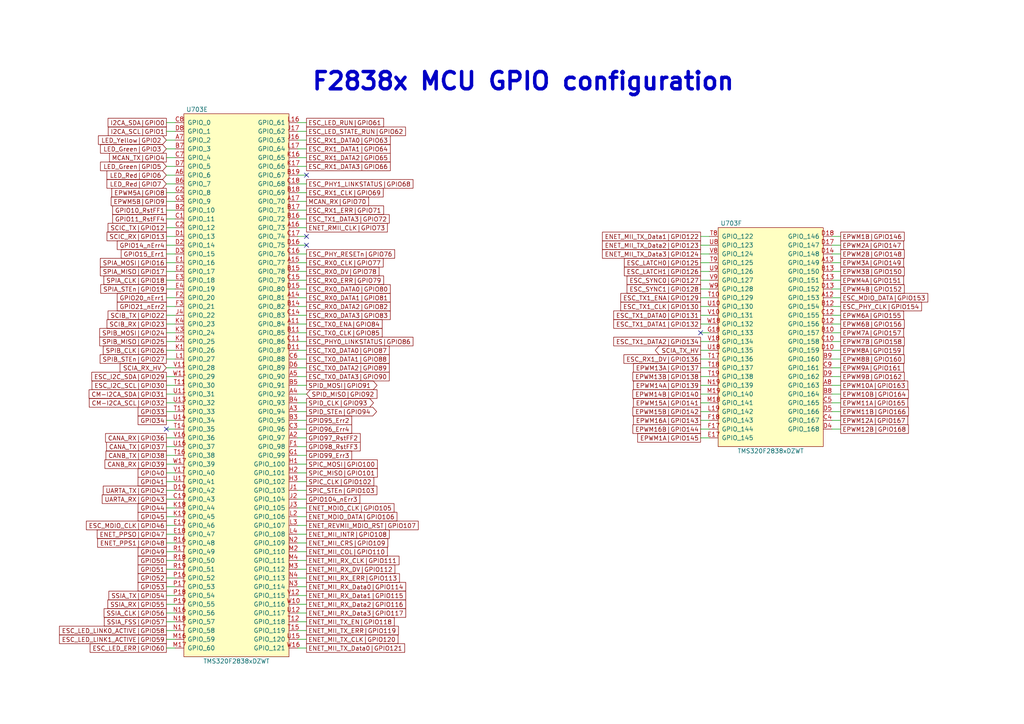
<source format=kicad_sch>
(kicad_sch (version 20231120) (generator "eeschema") (generator_version "8.0")
  (paper "A4")
  (title_block (title "LCB-CCB-01: Control Board - MCU GPIO Configuration") (date "2022-03-17") (rev "0.1") (company "PADERBORN UNIVERSITY DEPARTMENT OF POWER ELECTRONICS AND ELECTRICAL DRIVES"))
  (no_connect (at 48.26 124.46))
  (no_connect (at 88.9 50.8))
  (no_connect (at 203.2 96.52))
  (no_connect (at 88.9 68.58))
  (no_connect (at 88.9 71.12))
  (wire (pts (xy 86.36 137.16) (xy 88.9 137.16)))
  (wire (pts (xy 50.8 83.82) (xy 48.26 83.82)))
  (wire (pts (xy 86.36 134.62) (xy 88.9 134.62)))
  (wire (pts (xy 86.36 63.5) (xy 88.9 63.5)))
  (wire (pts (xy 205.74 86.36) (xy 203.2 86.36)))
  (wire (pts (xy 205.74 109.22) (xy 203.2 109.22)))
  (wire (pts (xy 50.8 157.48) (xy 48.26 157.48)))
  (wire (pts (xy 86.36 147.32) (xy 88.9 147.32)))
  (wire (pts (xy 86.36 154.94) (xy 88.9 154.94)))
  (wire (pts (xy 50.8 170.18) (xy 48.26 170.18)))
  (wire (pts (xy 50.8 111.76) (xy 48.26 111.76)))
  (wire (pts (xy 241.3 111.76) (xy 243.84 111.76)))
  (wire (pts (xy 86.36 88.9) (xy 88.9 88.9)))
  (wire (pts (xy 205.74 93.98) (xy 203.2 93.98)))
  (wire (pts (xy 241.3 73.66) (xy 243.84 73.66)))
  (wire (pts (xy 50.8 104.14) (xy 48.26 104.14)))
  (wire (pts (xy 241.3 99.06) (xy 243.84 99.06)))
  (wire (pts (xy 205.74 119.38) (xy 203.2 119.38)))
  (wire (pts (xy 50.8 154.94) (xy 48.26 154.94)))
  (wire (pts (xy 241.3 68.58) (xy 243.84 68.58)))
  (wire (pts (xy 50.8 35.56) (xy 48.26 35.56)))
  (wire (pts (xy 50.8 78.74) (xy 48.26 78.74)))
  (wire (pts (xy 86.36 160.02) (xy 88.9 160.02)))
  (wire (pts (xy 205.74 68.58) (xy 203.2 68.58)))
  (wire (pts (xy 205.74 91.44) (xy 203.2 91.44)))
  (wire (pts (xy 50.8 38.1) (xy 48.26 38.1)))
  (wire (pts (xy 50.8 124.46) (xy 48.26 124.46)))
  (wire (pts (xy 241.3 88.9) (xy 243.84 88.9)))
  (wire (pts (xy 86.36 132.08) (xy 88.9 132.08)))
  (wire (pts (xy 241.3 96.52) (xy 243.84 96.52)))
  (wire (pts (xy 50.8 88.9) (xy 48.26 88.9)))
  (wire (pts (xy 205.74 96.52) (xy 203.2 96.52)))
  (wire (pts (xy 50.8 96.52) (xy 48.26 96.52)))
  (wire (pts (xy 86.36 142.24) (xy 88.9 142.24)))
  (wire (pts (xy 50.8 45.72) (xy 48.26 45.72)))
  (wire (pts (xy 86.36 127) (xy 88.9 127)))
  (wire (pts (xy 86.36 177.8) (xy 88.9 177.8)))
  (wire (pts (xy 205.74 116.84) (xy 203.2 116.84)))
  (wire (pts (xy 50.8 40.64) (xy 48.26 40.64)))
  (wire (pts (xy 86.36 66.04) (xy 88.9 66.04)))
  (wire (pts (xy 86.36 43.18) (xy 88.9 43.18)))
  (wire (pts (xy 50.8 81.28) (xy 48.26 81.28)))
  (wire (pts (xy 205.74 78.74) (xy 203.2 78.74)))
  (wire (pts (xy 50.8 149.86) (xy 48.26 149.86)))
  (wire (pts (xy 86.36 81.28) (xy 88.9 81.28)))
  (wire (pts (xy 50.8 119.38) (xy 48.26 119.38)))
  (wire (pts (xy 50.8 147.32) (xy 48.26 147.32)))
  (wire (pts (xy 205.74 99.06) (xy 203.2 99.06)))
  (wire (pts (xy 241.3 114.3) (xy 243.84 114.3)))
  (wire (pts (xy 241.3 78.74) (xy 243.84 78.74)))
  (wire (pts (xy 86.36 38.1) (xy 88.9 38.1)))
  (wire (pts (xy 86.36 109.22) (xy 88.9 109.22)))
  (wire (pts (xy 86.36 121.92) (xy 88.9 121.92)))
  (wire (pts (xy 86.36 124.46) (xy 88.9 124.46)))
  (wire (pts (xy 241.3 106.68) (xy 243.84 106.68)))
  (wire (pts (xy 86.36 78.74) (xy 88.9 78.74)))
  (wire (pts (xy 86.36 83.82) (xy 88.9 83.82)))
  (wire (pts (xy 205.74 121.92) (xy 203.2 121.92)))
  (wire (pts (xy 50.8 55.88) (xy 48.26 55.88)))
  (wire (pts (xy 50.8 144.78) (xy 48.26 144.78)))
  (wire (pts (xy 241.3 104.14) (xy 243.84 104.14)))
  (wire (pts (xy 86.36 139.7) (xy 88.9 139.7)))
  (wire (pts (xy 86.36 48.26) (xy 88.9 48.26)))
  (wire (pts (xy 50.8 134.62) (xy 48.26 134.62)))
  (wire (pts (xy 50.8 116.84) (xy 48.26 116.84)))
  (wire (pts (xy 50.8 172.72) (xy 48.26 172.72)))
  (wire (pts (xy 86.36 45.72) (xy 88.9 45.72)))
  (wire (pts (xy 50.8 165.1) (xy 48.26 165.1)))
  (wire (pts (xy 86.36 58.42) (xy 88.9 58.42)))
  (wire (pts (xy 205.74 71.12) (xy 203.2 71.12)))
  (wire (pts (xy 86.36 93.98) (xy 88.9 93.98)))
  (wire (pts (xy 86.36 157.48) (xy 88.9 157.48)))
  (wire (pts (xy 86.36 187.96) (xy 88.9 187.96)))
  (wire (pts (xy 50.8 175.26) (xy 48.26 175.26)))
  (wire (pts (xy 50.8 162.56) (xy 48.26 162.56)))
  (wire (pts (xy 205.74 83.82) (xy 203.2 83.82)))
  (wire (pts (xy 241.3 93.98) (xy 243.84 93.98)))
  (wire (pts (xy 50.8 73.66) (xy 48.26 73.66)))
  (wire (pts (xy 86.36 162.56) (xy 88.9 162.56)))
  (wire (pts (xy 50.8 187.96) (xy 48.26 187.96)))
  (wire (pts (xy 86.36 152.4) (xy 88.9 152.4)))
  (wire (pts (xy 50.8 160.02) (xy 48.26 160.02)))
  (wire (pts (xy 50.8 121.92) (xy 48.26 121.92)))
  (wire (pts (xy 50.8 177.8) (xy 48.26 177.8)))
  (wire (pts (xy 50.8 60.96) (xy 48.26 60.96)))
  (wire (pts (xy 86.36 101.6) (xy 88.9 101.6)))
  (wire (pts (xy 50.8 101.6) (xy 48.26 101.6)))
  (wire (pts (xy 86.36 114.3) (xy 88.9 114.3)))
  (wire (pts (xy 205.74 106.68) (xy 203.2 106.68)))
  (wire (pts (xy 50.8 68.58) (xy 48.26 68.58)))
  (wire (pts (xy 50.8 139.7) (xy 48.26 139.7)))
  (wire (pts (xy 86.36 55.88) (xy 88.9 55.88)))
  (wire (pts (xy 86.36 96.52) (xy 88.9 96.52)))
  (wire (pts (xy 86.36 129.54) (xy 88.9 129.54)))
  (wire (pts (xy 205.74 81.28) (xy 203.2 81.28)))
  (wire (pts (xy 241.3 121.92) (xy 243.84 121.92)))
  (wire (pts (xy 50.8 86.36) (xy 48.26 86.36)))
  (wire (pts (xy 205.74 111.76) (xy 203.2 111.76)))
  (wire (pts (xy 241.3 124.46) (xy 243.84 124.46)))
  (wire (pts (xy 205.74 124.46) (xy 203.2 124.46)))
  (wire (pts (xy 86.36 99.06) (xy 88.9 99.06)))
  (wire (pts (xy 50.8 91.44) (xy 48.26 91.44)))
  (wire (pts (xy 241.3 71.12) (xy 243.84 71.12)))
  (wire (pts (xy 50.8 58.42) (xy 48.26 58.42)))
  (wire (pts (xy 50.8 48.26) (xy 48.26 48.26)))
  (wire (pts (xy 205.74 88.9) (xy 203.2 88.9)))
  (wire (pts (xy 50.8 137.16) (xy 48.26 137.16)))
  (wire (pts (xy 50.8 180.34) (xy 48.26 180.34)))
  (wire (pts (xy 86.36 119.38) (xy 88.9 119.38)))
  (wire (pts (xy 50.8 63.5) (xy 48.26 63.5)))
  (wire (pts (xy 86.36 106.68) (xy 88.9 106.68)))
  (wire (pts (xy 205.74 73.66) (xy 203.2 73.66)))
  (wire (pts (xy 86.36 86.36) (xy 88.9 86.36)))
  (wire (pts (xy 50.8 93.98) (xy 48.26 93.98)))
  (wire (pts (xy 86.36 53.34) (xy 88.9 53.34)))
  (wire (pts (xy 86.36 182.88) (xy 88.9 182.88)))
  (wire (pts (xy 86.36 91.44) (xy 88.9 91.44)))
  (wire (pts (xy 86.36 185.42) (xy 88.9 185.42)))
  (wire (pts (xy 241.3 109.22) (xy 243.84 109.22)))
  (wire (pts (xy 86.36 50.8) (xy 88.9 50.8)))
  (wire (pts (xy 86.36 170.18) (xy 88.9 170.18)))
  (wire (pts (xy 50.8 106.68) (xy 48.26 106.68)))
  (wire (pts (xy 86.36 71.12) (xy 88.9 71.12)))
  (wire (pts (xy 205.74 76.2) (xy 203.2 76.2)))
  (wire (pts (xy 86.36 116.84) (xy 88.9 116.84)))
  (wire (pts (xy 205.74 104.14) (xy 203.2 104.14)))
  (wire (pts (xy 86.36 167.64) (xy 88.9 167.64)))
  (wire (pts (xy 50.8 50.8) (xy 48.26 50.8)))
  (wire (pts (xy 86.36 73.66) (xy 88.9 73.66)))
  (wire (pts (xy 241.3 101.6) (xy 243.84 101.6)))
  (wire (pts (xy 50.8 109.22) (xy 48.26 109.22)))
  (wire (pts (xy 241.3 86.36) (xy 243.84 86.36)))
  (wire (pts (xy 50.8 185.42) (xy 48.26 185.42)))
  (wire (pts (xy 205.74 101.6) (xy 203.2 101.6)))
  (wire (pts (xy 50.8 99.06) (xy 48.26 99.06)))
  (wire (pts (xy 241.3 76.2) (xy 243.84 76.2)))
  (wire (pts (xy 50.8 182.88) (xy 48.26 182.88)))
  (wire (pts (xy 86.36 172.72) (xy 88.9 172.72)))
  (wire (pts (xy 86.36 76.2) (xy 88.9 76.2)))
  (wire (pts (xy 50.8 127) (xy 48.26 127)))
  (wire (pts (xy 50.8 76.2) (xy 48.26 76.2)))
  (wire (pts (xy 86.36 111.76) (xy 88.9 111.76)))
  (wire (pts (xy 50.8 132.08) (xy 48.26 132.08)))
  (wire (pts (xy 241.3 83.82) (xy 243.84 83.82)))
  (wire (pts (xy 50.8 66.04) (xy 48.26 66.04)))
  (wire (pts (xy 241.3 81.28) (xy 243.84 81.28)))
  (wire (pts (xy 86.36 149.86) (xy 88.9 149.86)))
  (wire (pts (xy 205.74 114.3) (xy 203.2 114.3)))
  (wire (pts (xy 50.8 43.18) (xy 48.26 43.18)))
  (wire (pts (xy 50.8 114.3) (xy 48.26 114.3)))
  (wire (pts (xy 241.3 119.38) (xy 243.84 119.38)))
  (wire (pts (xy 86.36 68.58) (xy 88.9 68.58)))
  (wire (pts (xy 50.8 167.64) (xy 48.26 167.64)))
  (wire (pts (xy 86.36 35.56) (xy 88.9 35.56)))
  (wire (pts (xy 241.3 91.44) (xy 243.84 91.44)))
  (wire (pts (xy 86.36 60.96) (xy 88.9 60.96)))
  (wire (pts (xy 86.36 165.1) (xy 88.9 165.1)))
  (wire (pts (xy 86.36 175.26) (xy 88.9 175.26)))
  (wire (pts (xy 86.36 40.64) (xy 88.9 40.64)))
  (wire (pts (xy 50.8 142.24) (xy 48.26 142.24)))
  (wire (pts (xy 50.8 71.12) (xy 48.26 71.12)))
  (wire (pts (xy 241.3 116.84) (xy 243.84 116.84)))
  (wire (pts (xy 86.36 144.78) (xy 88.9 144.78)))
  (wire (pts (xy 50.8 129.54) (xy 48.26 129.54)))
  (wire (pts (xy 86.36 104.14) (xy 88.9 104.14)))
  (wire (pts (xy 86.36 180.34) (xy 88.9 180.34)))
  (wire (pts (xy 50.8 53.34) (xy 48.26 53.34)))
  (wire (pts (xy 205.74 127) (xy 203.2 127)))
  (wire (pts (xy 50.8 152.4) (xy 48.26 152.4)))
  (text "F2838x MCU GPIO configuration" (at 213.36 26.67 0) (effects (font (size 5 5) (bold yes)) (justify right bottom)))
  (global_label "ENET_MII_RX_Data3|GPIO117" (shape passive) (at 88.9 177.8 0) (property "Intersheetrefs" "${INTERSHEET_REFS}" (effects (hide yes))))
  (global_label "ESC_LATCH0|GPIO125" (shape passive) (at 203.2 76.2 180) (property "Intersheetrefs" "${INTERSHEET_REFS}" (effects (hide yes))))
  (global_label "ESC_RX0_ERR|GPIO79" (shape passive) (at 88.9 81.28 0) (property "Intersheetrefs" "${INTERSHEET_REFS}" (effects (hide yes))))
  (global_label "ESC_TX0_DATA2|GPIO89" (shape passive) (at 88.9 106.68 0) (property "Intersheetrefs" "${INTERSHEET_REFS}" (effects (hide yes))))
  (global_label "GPIO49" (shape passive) (at 48.26 160.02 180) (property "Intersheetrefs" "${INTERSHEET_REFS}" (effects (hide yes))))
  (global_label "SPIC_CLK|GPIO102" (shape passive) (at 88.9 139.7 0) (property "Intersheetrefs" "${INTERSHEET_REFS}" (effects (hide yes))))
  (global_label "EPWM15A|GPIO141" (shape passive) (at 203.2 116.84 180) (property "Intersheetrefs" "${INTERSHEET_REFS}" (effects (hide yes))))
  (global_label "GPIO15_Err1" (shape passive) (at 48.26 73.66 180) (property "Intersheetrefs" "${INTERSHEET_REFS}" (effects (hide yes))))
  (global_label "ESC_TX1_DATA0|GPIO131" (shape passive) (at 203.2 91.44 180) (property "Intersheetrefs" "${INTERSHEET_REFS}" (effects (hide yes))))
  (global_label "ENET_MII_INTR|GPIO108" (shape passive) (at 88.9 154.94 0) (property "Intersheetrefs" "${INTERSHEET_REFS}" (effects (hide yes))))
  (global_label "EPWM11A|GPIO165" (shape passive) (at 243.84 116.84 0) (property "Intersheetrefs" "${INTERSHEET_REFS}" (effects (hide yes))))
  (global_label "GPIO34" (shape passive) (at 48.26 121.92 180) (property "Intersheetrefs" "${INTERSHEET_REFS}" (effects (hide yes))))
  (global_label "ESC_LED_STATE_RUN|GPIO62" (shape passive) (at 88.9 38.1 0) (property "Intersheetrefs" "${INTERSHEET_REFS}" (effects (hide yes))))
  (global_label "SCIA_RX_HV" (shape input) (at 48.26 106.68 180) (property "Intersheetrefs" "${INTERSHEET_REFS}" (effects (hide yes))))
  (global_label "ENET_MII_RX_CLK|GPIO111" (shape passive) (at 88.9 162.56 0) (property "Intersheetrefs" "${INTERSHEET_REFS}" (effects (hide yes))))
  (global_label "GPIO53" (shape passive) (at 48.26 170.18 180) (property "Intersheetrefs" "${INTERSHEET_REFS}" (effects (hide yes))))
  (global_label "EPWM14A|GPIO139" (shape passive) (at 203.2 111.76 180) (property "Intersheetrefs" "${INTERSHEET_REFS}" (effects (hide yes))))
  (global_label "EPWM7B|GPIO158" (shape passive) (at 243.84 99.06 0) (property "Intersheetrefs" "${INTERSHEET_REFS}" (effects (hide yes))))
  (global_label "MCAN_TX|GPIO4" (shape passive) (at 48.26 45.72 180) (property "Intersheetrefs" "${INTERSHEET_REFS}" (effects (hide yes))))
  (global_label "SPIB_CLK|GPIO26" (shape passive) (at 48.26 101.6 180) (property "Intersheetrefs" "${INTERSHEET_REFS}" (effects (hide yes))))
  (global_label "GPIO41" (shape passive) (at 48.26 139.7 180) (property "Intersheetrefs" "${INTERSHEET_REFS}" (effects (hide yes))))
  (global_label "SCIB_RX|GPIO23" (shape passive) (at 48.26 93.98 180) (property "Intersheetrefs" "${INTERSHEET_REFS}" (effects (hide yes))))
  (global_label "GPIO97_RstFF2" (shape passive) (at 88.9 127 0) (property "Intersheetrefs" "${INTERSHEET_REFS}" (effects (hide yes))))
  (global_label "ENET_REVMII_MDIO_RST|GPIO107" (shape passive) (at 88.9 152.4 0) (property "Intersheetrefs" "${INTERSHEET_REFS}" (effects (hide yes))))
  (global_label "ENET_MII_TX_Data1|GPIO122" (shape passive) (at 203.2 68.58 180) (property "Intersheetrefs" "${INTERSHEET_REFS}" (effects (hide yes))))
  (global_label "ESC_RX1_DATA2|GPIO65" (shape passive) (at 88.9 45.72 0) (property "Intersheetrefs" "${INTERSHEET_REFS}" (effects (hide yes))))
  (global_label "EPWM10B|GPIO164" (shape passive) (at 243.84 114.3 0) (property "Intersheetrefs" "${INTERSHEET_REFS}" (effects (hide yes))))
  (global_label "EPWM8B|GPIO160" (shape passive) (at 243.84 104.14 0) (property "Intersheetrefs" "${INTERSHEET_REFS}" (effects (hide yes))))
  (global_label "SCIC_TX|GPIO12" (shape passive) (at 48.26 66.04 180) (property "Intersheetrefs" "${INTERSHEET_REFS}" (effects (hide yes))))
  (global_label "ESC_RX1_DATA3|GPIO66" (shape passive) (at 88.9 48.26 0) (property "Intersheetrefs" "${INTERSHEET_REFS}" (effects (hide yes))))
  (global_label "LED_Yellow|GPIO2" (shape input) (at 48.26 40.64 180) (property "Intersheetrefs" "${INTERSHEET_REFS}" (effects (hide yes))))
  (global_label "ENET_MII_TX_ERR|GPIO119" (shape passive) (at 88.9 182.88 0) (property "Intersheetrefs" "${INTERSHEET_REFS}" (effects (hide yes))))
  (global_label "EPWM3A|GPIO149" (shape passive) (at 243.84 76.2 0) (property "Intersheetrefs" "${INTERSHEET_REFS}" (effects (hide yes))))
  (global_label "ESC_TX1_CLK|GPIO130" (shape passive) (at 203.2 88.9 180) (property "Intersheetrefs" "${INTERSHEET_REFS}" (effects (hide yes))))
  (global_label "GPIO21_nErr2" (shape passive) (at 48.26 88.9 180) (property "Intersheetrefs" "${INTERSHEET_REFS}" (effects (hide yes))))
  (global_label "ENET_MII_RX_Data2|GPIO116" (shape passive) (at 88.9 175.26 0) (property "Intersheetrefs" "${INTERSHEET_REFS}" (effects (hide yes))))
  (global_label "EPWM11B|GPIO166" (shape passive) (at 243.84 119.38 0) (property "Intersheetrefs" "${INTERSHEET_REFS}" (effects (hide yes))))
  (global_label "CANB_TX|GPIO38" (shape passive) (at 48.26 132.08 180) (property "Intersheetrefs" "${INTERSHEET_REFS}" (effects (hide yes))))
  (global_label "SPIC_STEn|GPIO103" (shape passive) (at 88.9 142.24 0) (property "Intersheetrefs" "${INTERSHEET_REFS}" (effects (hide yes))))
  (global_label "ESC_LED_ERR|GPIO60" (shape passive) (at 48.26 187.96 180) (property "Intersheetrefs" "${INTERSHEET_REFS}" (effects (hide yes))))
  (global_label "EPWM14B|GPIO140" (shape passive) (at 203.2 114.3 180) (property "Intersheetrefs" "${INTERSHEET_REFS}" (effects (hide yes))))
  (global_label "I2CA_SDA|GPIO0" (shape passive) (at 48.26 35.56 180) (property "Intersheetrefs" "${INTERSHEET_REFS}" (effects (hide yes))))
  (global_label "ENET_MII_RX_ERR|GPIO113" (shape passive) (at 88.9 167.64 0) (property "Intersheetrefs" "${INTERSHEET_REFS}" (effects (hide yes))))
  (global_label "GPIO11_RstFF4" (shape passive) (at 48.26 63.5 180) (property "Intersheetrefs" "${INTERSHEET_REFS}" (effects (hide yes))))
  (global_label "ENET_MII_RX_DV|GPIO112" (shape passive) (at 88.9 165.1 0) (property "Intersheetrefs" "${INTERSHEET_REFS}" (effects (hide yes))))
  (global_label "GPIO52" (shape passive) (at 48.26 167.64 180) (property "Intersheetrefs" "${INTERSHEET_REFS}" (effects (hide yes))))
  (global_label "ENET_MII_TX_Data3|GPIO124" (shape passive) (at 203.2 73.66 180) (property "Intersheetrefs" "${INTERSHEET_REFS}" (effects (hide yes))))
  (global_label "ENET_MDIO_DATA|GPIO106" (shape passive) (at 88.9 149.86 0) (property "Intersheetrefs" "${INTERSHEET_REFS}" (effects (hide yes))))
  (global_label "EPWM13B|GPIO138" (shape passive) (at 203.2 109.22 180) (property "Intersheetrefs" "${INTERSHEET_REFS}" (effects (hide yes))))
  (global_label "ESC_RX1_DV|GPIO136" (shape passive) (at 203.2 104.14 180) (property "Intersheetrefs" "${INTERSHEET_REFS}" (effects (hide yes))))
  (global_label "ENET_MII_RX_Data1|GPIO115" (shape passive) (at 88.9 172.72 0) (property "Intersheetrefs" "${INTERSHEET_REFS}" (effects (hide yes))))
  (global_label "ENET_MII_RX_Data0|GPIO114" (shape passive) (at 88.9 170.18 0) (property "Intersheetrefs" "${INTERSHEET_REFS}" (effects (hide yes))))
  (global_label "LED_Red|GPIO6" (shape input) (at 48.26 50.8 180) (property "Intersheetrefs" "${INTERSHEET_REFS}" (effects (hide yes))))
  (global_label "ESC_RX1_DATA1|GPIO64" (shape passive) (at 88.9 43.18 0) (property "Intersheetrefs" "${INTERSHEET_REFS}" (effects (hide yes))))
  (global_label "EPWM9B|GPIO162" (shape passive) (at 243.84 109.22 0) (property "Intersheetrefs" "${INTERSHEET_REFS}" (effects (hide yes))))
  (global_label "ENET_MII_COL|GPIO110" (shape passive) (at 88.9 160.02 0) (property "Intersheetrefs" "${INTERSHEET_REFS}" (effects (hide yes))))
  (global_label "EPWM6B|GPIO156" (shape passive) (at 243.84 93.98 0) (property "Intersheetrefs" "${INTERSHEET_REFS}" (effects (hide yes))))
  (global_label "ESC_RX0_DATA2|GPIO82" (shape passive) (at 88.9 88.9 0) (property "Intersheetrefs" "${INTERSHEET_REFS}" (effects (hide yes))))
  (global_label "EPWM1B|GPIO146" (shape passive) (at 243.84 68.58 0) (property "Intersheetrefs" "${INTERSHEET_REFS}" (effects (hide yes))))
  (global_label "ENET_MII_TX_Data2|GPIO123" (shape passive) (at 203.2 71.12 180) (property "Intersheetrefs" "${INTERSHEET_REFS}" (effects (hide yes))))
  (global_label "ENET_MDIO_CLK|GPIO105" (shape passive) (at 88.9 147.32 0) (property "Intersheetrefs" "${INTERSHEET_REFS}" (effects (hide yes))))
  (global_label "ENET_MII_CRS|GPIO109" (shape passive) (at 88.9 157.48 0) (property "Intersheetrefs" "${INTERSHEET_REFS}" (effects (hide yes))))
  (global_label "ESC_RX0_DATA3|GPIO83" (shape passive) (at 88.9 91.44 0) (property "Intersheetrefs" "${INTERSHEET_REFS}" (effects (hide yes))))
  (global_label "GPIO104_nErr3" (shape passive) (at 88.9 144.78 0) (property "Intersheetrefs" "${INTERSHEET_REFS}" (effects (hide yes))))
  (global_label "GPIO20_nErr1" (shape passive) (at 48.26 86.36 180) (property "Intersheetrefs" "${INTERSHEET_REFS}" (effects (hide yes))))
  (global_label "EPWM4B|GPIO152" (shape passive) (at 243.84 83.82 0) (property "Intersheetrefs" "${INTERSHEET_REFS}" (effects (hide yes))))
  (global_label "EPWM12B|GPIO168" (shape passive) (at 243.84 124.46 0) (property "Intersheetrefs" "${INTERSHEET_REFS}" (effects (hide yes))))
  (global_label "ESC_SYNC1|GPIO128" (shape passive) (at 203.2 83.82 180) (property "Intersheetrefs" "${INTERSHEET_REFS}" (effects (hide yes))))
  (global_label "ESC_RX1_CLK|GPIO69" (shape passive) (at 88.9 55.88 0) (property "Intersheetrefs" "${INTERSHEET_REFS}" (effects (hide yes))))
  (global_label "SPID_MISO|GPIO92" (shape input) (at 88.9 114.3 0) (property "Intersheetrefs" "${INTERSHEET_REFS}" (effects (hide yes))))
  (global_label "EPWM3B|GPIO150" (shape passive) (at 243.84 78.74 0) (property "Intersheetrefs" "${INTERSHEET_REFS}" (effects (hide yes))))
  (global_label "ESC_PHY1_LINKSTATUS|GPIO68" (shape passive) (at 88.9 53.34 0) (property "Intersheetrefs" "${INTERSHEET_REFS}" (effects (hide yes))))
  (global_label "ESC_TX0_DATA3|GPIO90" (shape passive) (at 88.9 109.22 0) (property "Intersheetrefs" "${INTERSHEET_REFS}" (effects (hide yes))))
  (global_label "SCIB_TX|GPIO22" (shape passive) (at 48.26 91.44 180) (property "Intersheetrefs" "${INTERSHEET_REFS}" (effects (hide yes))))
  (global_label "SPID_STEn|GPIO94" (shape output) (at 88.9 119.38 0) (property "Intersheetrefs" "${INTERSHEET_REFS}" (effects (hide yes))))
  (global_label "UARTA_TX|GPIO42" (shape passive) (at 48.26 142.24 180) (property "Intersheetrefs" "${INTERSHEET_REFS}" (effects (hide yes))))
  (global_label "GPIO99_Err3" (shape passive) (at 88.9 132.08 0) (property "Intersheetrefs" "${INTERSHEET_REFS}" (effects (hide yes))))
  (global_label "ESC_SYNC0|GPIO127" (shape passive) (at 203.2 81.28 180) (property "Intersheetrefs" "${INTERSHEET_REFS}" (effects (hide yes))))
  (global_label "LED_Red|GPIO7" (shape input) (at 48.26 53.34 180) (property "Intersheetrefs" "${INTERSHEET_REFS}" (effects (hide yes))))
  (global_label "ESC_TX1_DATA2|GPIO134" (shape passive) (at 203.2 99.06 180) (property "Intersheetrefs" "${INTERSHEET_REFS}" (effects (hide yes))))
  (global_label "ENET_MII_TX_CLK|GPIO120" (shape passive) (at 88.9 185.42 0) (property "Intersheetrefs" "${INTERSHEET_REFS}" (effects (hide yes))))
  (global_label "SPIC_MISO|GPIO101" (shape passive) (at 88.9 137.16 0) (property "Intersheetrefs" "${INTERSHEET_REFS}" (effects (hide yes))))
  (global_label "EPWM16A|GPIO143" (shape passive) (at 203.2 121.92 180) (property "Intersheetrefs" "${INTERSHEET_REFS}" (effects (hide yes))))
  (global_label "ESC_RX0_DATA1|GPIO81" (shape passive) (at 88.9 86.36 0) (property "Intersheetrefs" "${INTERSHEET_REFS}" (effects (hide yes))))
  (global_label "SPID_MOSI|GPIO91" (shape output) (at 88.9 111.76 0) (property "Intersheetrefs" "${INTERSHEET_REFS}" (effects (hide yes))))
  (global_label "SSIA_FSS|GPIO57" (shape passive) (at 48.26 180.34 180) (property "Intersheetrefs" "${INTERSHEET_REFS}" (effects (hide yes))))
  (global_label "ESC_MDIO_DATA|GPIO153" (shape passive) (at 243.84 86.36 0) (property "Intersheetrefs" "${INTERSHEET_REFS}" (effects (hide yes))))
  (global_label "LED_Green|GPIO5" (shape input) (at 48.26 48.26 180) (property "Intersheetrefs" "${INTERSHEET_REFS}" (effects (hide yes))))
  (global_label "ESC_TX0_DATA1|GPIO88" (shape passive) (at 88.9 104.14 0) (property "Intersheetrefs" "${INTERSHEET_REFS}" (effects (hide yes))))
  (global_label "GPIO14_nErr4" (shape passive) (at 48.26 71.12 180) (property "Intersheetrefs" "${INTERSHEET_REFS}" (effects (hide yes))))
  (global_label "ESC_PHY0_LINKSTATUS|GPIO86" (shape passive) (at 88.9 99.06 0) (property "Intersheetrefs" "${INTERSHEET_REFS}" (effects (hide yes))))
  (global_label "EPWM4A|GPIO151" (shape passive) (at 243.84 81.28 0) (property "Intersheetrefs" "${INTERSHEET_REFS}" (effects (hide yes))))
  (global_label "SPIA_CLK|GPIO18" (shape passive) (at 48.26 81.28 180) (property "Intersheetrefs" "${INTERSHEET_REFS}" (effects (hide yes))))
  (global_label "SPIC_MOSI|GPIO100" (shape passive) (at 88.9 134.62 0) (property "Intersheetrefs" "${INTERSHEET_REFS}" (effects (hide yes))))
  (global_label "SCIC_RX|GPIO13" (shape passive) (at 48.26 68.58 180) (property "Intersheetrefs" "${INTERSHEET_REFS}" (effects (hide yes))))
  (global_label "EPWM8A|GPIO159" (shape passive) (at 243.84 101.6 0) (property "Intersheetrefs" "${INTERSHEET_REFS}" (effects (hide yes))))
  (global_label "LED_Green|GPIO3" (shape input) (at 48.26 43.18 180) (property "Intersheetrefs" "${INTERSHEET_REFS}" (effects (hide yes))))
  (global_label "EPWM1A|GPIO145" (shape passive) (at 203.2 127 180) (property "Intersheetrefs" "${INTERSHEET_REFS}" (effects (hide yes))))
  (global_label "ESC_TX1_DATA1|GPIO132" (shape passive) (at 203.2 93.98 180) (property "Intersheetrefs" "${INTERSHEET_REFS}" (effects (hide yes))))
  (global_label "EPWM16B|GPIO144" (shape passive) (at 203.2 124.46 180) (property "Intersheetrefs" "${INTERSHEET_REFS}" (effects (hide yes))))
  (global_label "ESC_RX0_CLK|GPIO77" (shape passive) (at 88.9 76.2 0) (property "Intersheetrefs" "${INTERSHEET_REFS}" (effects (hide yes))))
  (global_label "EPWM5B|GPIO9" (shape passive) (at 48.26 58.42 180) (property "Intersheetrefs" "${INTERSHEET_REFS}" (effects (hide yes))))
  (global_label "ESC_LED_LINK1_ACTIVE|GPIO59" (shape passive) (at 48.26 185.42 180) (property "Intersheetrefs" "${INTERSHEET_REFS}" (effects (hide yes))))
  (global_label "SPIA_MISO|GPIO17" (shape passive) (at 48.26 78.74 180) (property "Intersheetrefs" "${INTERSHEET_REFS}" (effects (hide yes))))
  (global_label "EPWM6A|GPIO155" (shape passive) (at 243.84 91.44 0) (property "Intersheetrefs" "${INTERSHEET_REFS}" (effects (hide yes))))
  (global_label "EPWM2B|GPIO148" (shape passive) (at 243.84 73.66 0) (property "Intersheetrefs" "${INTERSHEET_REFS}" (effects (hide yes))))
  (global_label "GPIO50" (shape passive) (at 48.26 162.56 180) (property "Intersheetrefs" "${INTERSHEET_REFS}" (effects (hide yes))))
  (global_label "ESC_RX0_DV|GPIO78" (shape passive) (at 88.9 78.74 0) (property "Intersheetrefs" "${INTERSHEET_REFS}" (effects (hide yes))))
  (global_label "SPIB_MOSI|GPIO24" (shape passive) (at 48.26 96.52 180) (property "Intersheetrefs" "${INTERSHEET_REFS}" (effects (hide yes))))
  (global_label "GPIO10_RstFF1" (shape passive) (at 48.26 60.96 180) (property "Intersheetrefs" "${INTERSHEET_REFS}" (effects (hide yes))))
  (global_label "ESC_TX0_CLK|GPIO85" (shape passive) (at 88.9 96.52 0) (property "Intersheetrefs" "${INTERSHEET_REFS}" (effects (hide yes))))
  (global_label "ESC_MDIO_CLK|GPIO46" (shape passive) (at 48.26 152.4 180) (property "Intersheetrefs" "${INTERSHEET_REFS}" (effects (hide yes))))
  (global_label "GPIO51" (shape passive) (at 48.26 165.1 180) (property "Intersheetrefs" "${INTERSHEET_REFS}" (effects (hide yes))))
  (global_label "ESC_I2C_SDA|GPIO29" (shape passive) (at 48.26 109.22 180) (property "Intersheetrefs" "${INTERSHEET_REFS}" (effects (hide yes))))
  (global_label "ESC_TX1_DATA3|GPIO72" (shape passive) (at 88.9 63.5 0) (property "Intersheetrefs" "${INTERSHEET_REFS}" (effects (hide yes))))
  (global_label "EPWM10A|GPIO163" (shape passive) (at 243.84 111.76 0) (property "Intersheetrefs" "${INTERSHEET_REFS}" (effects (hide yes))))
  (global_label "ENET_RMII_CLK|GPIO73" (shape passive) (at 88.9 66.04 0) (property "Intersheetrefs" "${INTERSHEET_REFS}" (effects (hide yes))))
  (global_label "SPIA_STEn|GPIO19" (shape passive) (at 48.26 83.82 180) (property "Intersheetrefs" "${INTERSHEET_REFS}" (effects (hide yes))))
  (global_label "CM-I2CA_SCL|GPIO32" (shape passive) (at 48.26 116.84 180) (property "Intersheetrefs" "${INTERSHEET_REFS}" (effects (hide yes))))
  (global_label "ESC_RX1_DATA0|GPIO63" (shape passive) (at 88.9 40.64 0) (property "Intersheetrefs" "${INTERSHEET_REFS}" (effects (hide yes))))
  (global_label "ESC_PHY_CLK|GPIO154" (shape passive) (at 243.84 88.9 0) (property "Intersheetrefs" "${INTERSHEET_REFS}" (effects (hide yes))))
  (global_label "ESC_RX0_DATA0|GPIO80" (shape passive) (at 88.9 83.82 0) (property "Intersheetrefs" "${INTERSHEET_REFS}" (effects (hide yes))))
  (global_label "SPIA_MOSI|GPIO16" (shape passive) (at 48.26 76.2 180) (property "Intersheetrefs" "${INTERSHEET_REFS}" (effects (hide yes))))
  (global_label "SPIB_MISO|GPIO25" (shape passive) (at 48.26 99.06 180) (property "Intersheetrefs" "${INTERSHEET_REFS}" (effects (hide yes))))
  (global_label "GPIO96_Err4" (shape passive) (at 88.9 124.46 0) (property "Intersheetrefs" "${INTERSHEET_REFS}" (effects (hide yes))))
  (global_label "SPIB_STEn|GPIO27" (shape passive) (at 48.26 104.14 180) (property "Intersheetrefs" "${INTERSHEET_REFS}" (effects (hide yes))))
  (global_label "CANA_TX|GPIO37" (shape passive) (at 48.26 129.54 180) (property "Intersheetrefs" "${INTERSHEET_REFS}" (effects (hide yes))))
  (global_label "CANB_RX|GPIO39" (shape passive) (at 48.26 134.62 180) (property "Intersheetrefs" "${INTERSHEET_REFS}" (effects (hide yes))))
  (global_label "UARTA_RX|GPIO43" (shape passive) (at 48.26 144.78 180) (property "Intersheetrefs" "${INTERSHEET_REFS}" (effects (hide yes))))
  (global_label "ESC_I2C_SCL|GPIO30" (shape passive) (at 48.26 111.76 180) (property "Intersheetrefs" "${INTERSHEET_REFS}" (effects (hide yes))))
  (global_label "EPWM12A|GPIO167" (shape passive) (at 243.84 121.92 0) (property "Intersheetrefs" "${INTERSHEET_REFS}" (effects (hide yes))))
  (global_label "GPIO33" (shape passive) (at 48.26 119.38 180) (property "Intersheetrefs" "${INTERSHEET_REFS}" (effects (hide yes))))
  (global_label "GPIO40" (shape passive) (at 48.26 137.16 180) (property "Intersheetrefs" "${INTERSHEET_REFS}" (effects (hide yes))))
  (global_label "MCAN_RX|GPIO70" (shape passive) (at 88.9 58.42 0) (property "Intersheetrefs" "${INTERSHEET_REFS}" (effects (hide yes))))
  (global_label "EPWM2A|GPIO147" (shape passive) (at 243.84 71.12 0) (property "Intersheetrefs" "${INTERSHEET_REFS}" (effects (hide yes))))
  (global_label "GPIO98_RstFF3" (shape passive) (at 88.9 129.54 0) (property "Intersheetrefs" "${INTERSHEET_REFS}" (effects (hide yes))))
  (global_label "ESC_TX0_DATA0|GPIO87" (shape passive) (at 88.9 101.6 0) (property "Intersheetrefs" "${INTERSHEET_REFS}" (effects (hide yes))))
  (global_label "SSIA_RX|GPIO55" (shape passive) (at 48.26 175.26 180) (property "Intersheetrefs" "${INTERSHEET_REFS}" (effects (hide yes))))
  (global_label "EPWM15B|GPIO142" (shape passive) (at 203.2 119.38 180) (property "Intersheetrefs" "${INTERSHEET_REFS}" (effects (hide yes))))
  (global_label "ESC_LED_LINK0_ACTIVE|GPIO58" (shape passive) (at 48.26 182.88 180) (property "Intersheetrefs" "${INTERSHEET_REFS}" (effects (hide yes))))
  (global_label "SSIA_TX|GPIO54" (shape passive) (at 48.26 172.72 180) (property "Intersheetrefs" "${INTERSHEET_REFS}" (effects (hide yes))))
  (global_label "GPIO45" (shape passive) (at 48.26 149.86 180) (property "Intersheetrefs" "${INTERSHEET_REFS}" (effects (hide yes))))
  (global_label "I2CA_SCL|GPIO1" (shape passive) (at 48.26 38.1 180) (property "Intersheetrefs" "${INTERSHEET_REFS}" (effects (hide yes))))
  (global_label "ENET_PPS1|GPIO48" (shape passive) (at 48.26 157.48 180) (property "Intersheetrefs" "${INTERSHEET_REFS}" (effects (hide yes))))
  (global_label "ESC_PHY_RESETn|GPIO76" (shape passive) (at 88.9 73.66 0) (property "Intersheetrefs" "${INTERSHEET_REFS}" (effects (hide yes))))
  (global_label "ESC_TX1_ENA|GPIO129" (shape passive) (at 203.2 86.36 180) (property "Intersheetrefs" "${INTERSHEET_REFS}" (effects (hide yes))))
  (global_label "ESC_RX1_ERR|GPIO71" (shape passive) (at 88.9 60.96 0) (property "Intersheetrefs" "${INTERSHEET_REFS}" (effects (hide yes))))
  (global_label "SSIA_CLK|GPIO56" (shape passive) (at 48.26 177.8 180) (property "Intersheetrefs" "${INTERSHEET_REFS}" (effects (hide yes))))
  (global_label "CANA_RX|GPIO36" (shape passive) (at 48.26 127 180) (property "Intersheetrefs" "${INTERSHEET_REFS}" (effects (hide yes))))
  (global_label "ESC_TX0_ENA|GPIO84" (shape passive) (at 88.9 93.98 0) (property "Intersheetrefs" "${INTERSHEET_REFS}" (effects (hide yes))))
  (global_label "GPIO95_Err2" (shape passive) (at 88.9 121.92 0) (property "Intersheetrefs" "${INTERSHEET_REFS}" (effects (hide yes))))
  (global_label "ENET_MII_TX_Data0|GPIO121" (shape passive) (at 88.9 187.96 0) (property "Intersheetrefs" "${INTERSHEET_REFS}" (effects (hide yes))))
  (global_label "CM-I2CA_SDA|GPIO31" (shape passive) (at 48.26 114.3 180) (property "Intersheetrefs" "${INTERSHEET_REFS}" (effects (hide yes))))
  (global_label "SCIA_TX_HV" (shape output) (at 203.2 101.6 180) (property "Intersheetrefs" "${INTERSHEET_REFS}" (effects (hide yes))))
  (global_label "SPID_CLK|GPIO93" (shape output) (at 88.9 116.84 0) (property "Intersheetrefs" "${INTERSHEET_REFS}" (effects (hide yes))))
  (global_label "EPWM13A|GPIO137" (shape passive) (at 203.2 106.68 180) (property "Intersheetrefs" "${INTERSHEET_REFS}" (effects (hide yes))))
  (global_label "EPWM7A|GPIO157" (shape passive) (at 243.84 96.52 0) (property "Intersheetrefs" "${INTERSHEET_REFS}" (effects (hide yes))))
  (global_label "ESC_LATCH1|GPIO126" (shape passive) (at 203.2 78.74 180) (property "Intersheetrefs" "${INTERSHEET_REFS}" (effects (hide yes))))
  (global_label "EPWM5A|GPIO8" (shape passive) (at 48.26 55.88 180) (property "Intersheetrefs" "${INTERSHEET_REFS}" (effects (hide yes))))
  (global_label "ESC_LED_RUN|GPIO61" (shape passive) (at 88.9 35.56 0) (property "Intersheetrefs" "${INTERSHEET_REFS}" (effects (hide yes))))
  (global_label "ENET_PPSO|GPIO47" (shape passive) (at 48.26 154.94 180) (property "Intersheetrefs" "${INTERSHEET_REFS}" (effects (hide yes))))
  (global_label "GPIO44" (shape passive) (at 48.26 147.32 180) (property "Intersheetrefs" "${INTERSHEET_REFS}" (effects (hide yes))))
  (global_label "EPWM9A|GPIO161" (shape passive) (at 243.84 106.68 0) (property "Intersheetrefs" "${INTERSHEET_REFS}" (effects (hide yes))))
  (global_label "ENET_MII_TX_EN|GPIO118" (shape passive) (at 88.9 180.34 0) (property "Intersheetrefs" "${INTERSHEET_REFS}" (effects (hide yes))))
  (symbol (lib_id "LEA_SymbolLibrary:TMS320F2838xDZWT") (at 68.58 55.88 0) (unit 5)
    (property "Reference" "U703" (at 57.15 31.75 0))
    (property "Value" "TMS320F2838xDZWT" (at 68.58 191.77 0))
    (property "Footprint" "LEA_FootprintLibrary:BGA-361_19x19_16.0x16.0mm" (effects (hide yes)))
    (property "Datasheet" "https://www.ti.com/lit/ds/symlink/tms320f28386d.pdf?ts=1639959530674&ref_url=https%253A%252F%252Fwww.ti.com%252Fsitesearch%252Fdocs%252Funiversalsearch.tsp%253FlangPref%253Den-US%2526searchTerm%253DF28386DZWTS%2526nr%253D13" (effects (hide yes)))
    (property "Manufacturer" "Texas Instruments" (effects (hide yes)))
    (property "Mfr. No" "TMS320F2838xDZWT" (effects (hide yes)))
    (property "manf#" "F28386DZWTS" (effects (hide yes)))
    (property "mouser#" "595-F28386DZWTS" (effects (hide yes)))
  )
  (symbol (lib_id "LEA_SymbolLibrary:TMS320F2838xDZWT") (at 223.52 91.44 0) (unit 6)
    (property "Reference" "U703" (at 212.09 64.77 0))
    (property "Value" "TMS320F2838xDZWT" (at 223.52 130.81 0))
    (property "Footprint" "LEA_FootprintLibrary:BGA-361_19x19_16.0x16.0mm" (effects (hide yes)))
    (property "Datasheet" "https://www.ti.com/lit/ds/symlink/tms320f28386d.pdf?ts=1639959530674&ref_url=https%253A%252F%252Fwww.ti.com%252Fsitesearch%252Fdocs%252Funiversalsearch.tsp%253FlangPref%253Den-US%2526searchTerm%253DF28386DZWTS%2526nr%253D13" (effects (hide yes)))
    (property "Manufacturer" "Texas Instruments" (effects (hide yes)))
    (property "Mfr. No" "TMS320F2838xDZWT" (effects (hide yes)))
    (property "manf#" "F28386DZWTS" (effects (hide yes)))
    (property "mouser#" "595-F28386DZWTS" (effects (hide yes)))
  )
)
</source>
